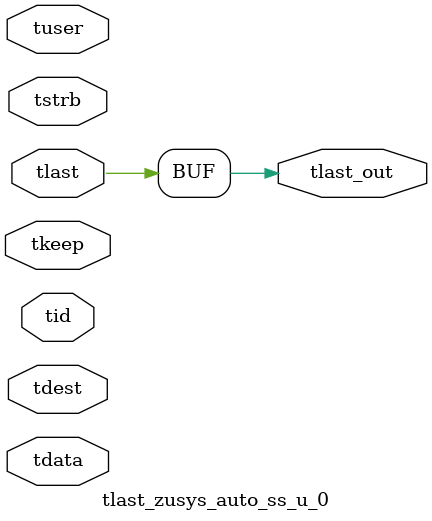
<source format=v>


`timescale 1ps/1ps

module tlast_zusys_auto_ss_u_0 #
(
parameter C_S_AXIS_TID_WIDTH   = 1,
parameter C_S_AXIS_TUSER_WIDTH = 0,
parameter C_S_AXIS_TDATA_WIDTH = 0,
parameter C_S_AXIS_TDEST_WIDTH = 0
)
(
input  [(C_S_AXIS_TID_WIDTH   == 0 ? 1 : C_S_AXIS_TID_WIDTH)-1:0       ] tid,
input  [(C_S_AXIS_TDATA_WIDTH == 0 ? 1 : C_S_AXIS_TDATA_WIDTH)-1:0     ] tdata,
input  [(C_S_AXIS_TUSER_WIDTH == 0 ? 1 : C_S_AXIS_TUSER_WIDTH)-1:0     ] tuser,
input  [(C_S_AXIS_TDEST_WIDTH == 0 ? 1 : C_S_AXIS_TDEST_WIDTH)-1:0     ] tdest,
input  [(C_S_AXIS_TDATA_WIDTH/8)-1:0 ] tkeep,
input  [(C_S_AXIS_TDATA_WIDTH/8)-1:0 ] tstrb,
input  [0:0]                                                             tlast,
output                                                                   tlast_out
);

assign tlast_out = {tlast[0]};

endmodule


</source>
